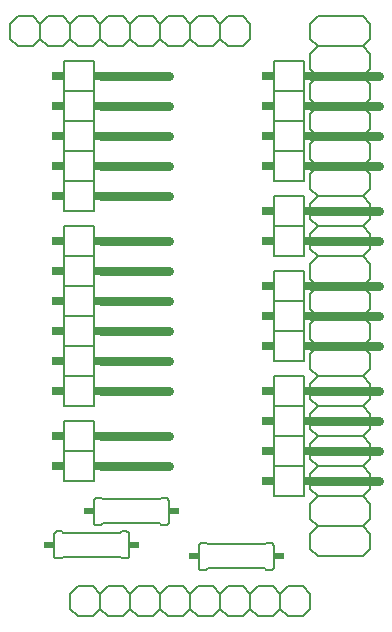
<source format=gto>
G75*
%MOIN*%
%OFA0B0*%
%FSLAX25Y25*%
%IPPOS*%
%LPD*%
%AMOC8*
5,1,8,0,0,1.08239X$1,22.5*
%
%ADD10C,0.00600*%
%ADD11C,0.03000*%
%ADD12R,0.02000X0.03000*%
%ADD13R,0.04000X0.03000*%
%ADD14R,0.03400X0.02400*%
D10*
X0019572Y0026158D02*
X0021072Y0026158D01*
X0021572Y0026658D01*
X0040572Y0026658D01*
X0041072Y0026158D01*
X0042572Y0026158D01*
X0042632Y0026160D01*
X0042693Y0026165D01*
X0042752Y0026174D01*
X0042811Y0026187D01*
X0042870Y0026203D01*
X0042927Y0026223D01*
X0042982Y0026246D01*
X0043037Y0026273D01*
X0043089Y0026302D01*
X0043140Y0026335D01*
X0043189Y0026371D01*
X0043235Y0026409D01*
X0043279Y0026451D01*
X0043321Y0026495D01*
X0043359Y0026541D01*
X0043395Y0026590D01*
X0043428Y0026641D01*
X0043457Y0026693D01*
X0043484Y0026748D01*
X0043507Y0026803D01*
X0043527Y0026860D01*
X0043543Y0026919D01*
X0043556Y0026978D01*
X0043565Y0027037D01*
X0043570Y0027098D01*
X0043572Y0027158D01*
X0043572Y0034158D01*
X0043570Y0034218D01*
X0043565Y0034279D01*
X0043556Y0034338D01*
X0043543Y0034397D01*
X0043527Y0034456D01*
X0043507Y0034513D01*
X0043484Y0034568D01*
X0043457Y0034623D01*
X0043428Y0034675D01*
X0043395Y0034726D01*
X0043359Y0034775D01*
X0043321Y0034821D01*
X0043279Y0034865D01*
X0043235Y0034907D01*
X0043189Y0034945D01*
X0043140Y0034981D01*
X0043089Y0035014D01*
X0043037Y0035043D01*
X0042982Y0035070D01*
X0042927Y0035093D01*
X0042870Y0035113D01*
X0042811Y0035129D01*
X0042752Y0035142D01*
X0042693Y0035151D01*
X0042632Y0035156D01*
X0042572Y0035158D01*
X0041072Y0035158D01*
X0040572Y0034658D01*
X0021572Y0034658D01*
X0021072Y0035158D01*
X0019572Y0035158D01*
X0019512Y0035156D01*
X0019451Y0035151D01*
X0019392Y0035142D01*
X0019333Y0035129D01*
X0019274Y0035113D01*
X0019217Y0035093D01*
X0019162Y0035070D01*
X0019107Y0035043D01*
X0019055Y0035014D01*
X0019004Y0034981D01*
X0018955Y0034945D01*
X0018909Y0034907D01*
X0018865Y0034865D01*
X0018823Y0034821D01*
X0018785Y0034775D01*
X0018749Y0034726D01*
X0018716Y0034675D01*
X0018687Y0034623D01*
X0018660Y0034568D01*
X0018637Y0034513D01*
X0018617Y0034456D01*
X0018601Y0034397D01*
X0018588Y0034338D01*
X0018579Y0034279D01*
X0018574Y0034218D01*
X0018572Y0034158D01*
X0018572Y0027158D01*
X0018574Y0027098D01*
X0018579Y0027037D01*
X0018588Y0026978D01*
X0018601Y0026919D01*
X0018617Y0026860D01*
X0018637Y0026803D01*
X0018660Y0026748D01*
X0018687Y0026693D01*
X0018716Y0026641D01*
X0018749Y0026590D01*
X0018785Y0026541D01*
X0018823Y0026495D01*
X0018865Y0026451D01*
X0018909Y0026409D01*
X0018955Y0026371D01*
X0019004Y0026335D01*
X0019055Y0026302D01*
X0019107Y0026273D01*
X0019162Y0026246D01*
X0019217Y0026223D01*
X0019274Y0026203D01*
X0019333Y0026187D01*
X0019392Y0026174D01*
X0019451Y0026165D01*
X0019512Y0026160D01*
X0019572Y0026158D01*
X0026446Y0016918D02*
X0023946Y0014418D01*
X0023946Y0009418D01*
X0026446Y0006918D01*
X0031446Y0006918D01*
X0033946Y0009418D01*
X0036446Y0006918D01*
X0041446Y0006918D01*
X0043946Y0009418D01*
X0043946Y0014418D01*
X0041446Y0016918D01*
X0036446Y0016918D01*
X0033946Y0014418D01*
X0033946Y0009418D01*
X0033946Y0014418D02*
X0031446Y0016918D01*
X0026446Y0016918D01*
X0032800Y0037300D02*
X0034300Y0037300D01*
X0034800Y0037800D01*
X0053800Y0037800D01*
X0054300Y0037300D01*
X0055800Y0037300D01*
X0055860Y0037302D01*
X0055921Y0037307D01*
X0055980Y0037316D01*
X0056039Y0037329D01*
X0056098Y0037345D01*
X0056155Y0037365D01*
X0056210Y0037388D01*
X0056265Y0037415D01*
X0056317Y0037444D01*
X0056368Y0037477D01*
X0056417Y0037513D01*
X0056463Y0037551D01*
X0056507Y0037593D01*
X0056549Y0037637D01*
X0056587Y0037683D01*
X0056623Y0037732D01*
X0056656Y0037783D01*
X0056685Y0037835D01*
X0056712Y0037890D01*
X0056735Y0037945D01*
X0056755Y0038002D01*
X0056771Y0038061D01*
X0056784Y0038120D01*
X0056793Y0038179D01*
X0056798Y0038240D01*
X0056800Y0038300D01*
X0056800Y0045300D01*
X0056798Y0045360D01*
X0056793Y0045421D01*
X0056784Y0045480D01*
X0056771Y0045539D01*
X0056755Y0045598D01*
X0056735Y0045655D01*
X0056712Y0045710D01*
X0056685Y0045765D01*
X0056656Y0045817D01*
X0056623Y0045868D01*
X0056587Y0045917D01*
X0056549Y0045963D01*
X0056507Y0046007D01*
X0056463Y0046049D01*
X0056417Y0046087D01*
X0056368Y0046123D01*
X0056317Y0046156D01*
X0056265Y0046185D01*
X0056210Y0046212D01*
X0056155Y0046235D01*
X0056098Y0046255D01*
X0056039Y0046271D01*
X0055980Y0046284D01*
X0055921Y0046293D01*
X0055860Y0046298D01*
X0055800Y0046300D01*
X0054300Y0046300D01*
X0053800Y0045800D01*
X0034800Y0045800D01*
X0034300Y0046300D01*
X0032800Y0046300D01*
X0032740Y0046298D01*
X0032679Y0046293D01*
X0032620Y0046284D01*
X0032561Y0046271D01*
X0032502Y0046255D01*
X0032445Y0046235D01*
X0032390Y0046212D01*
X0032335Y0046185D01*
X0032283Y0046156D01*
X0032232Y0046123D01*
X0032183Y0046087D01*
X0032137Y0046049D01*
X0032093Y0046007D01*
X0032051Y0045963D01*
X0032013Y0045917D01*
X0031977Y0045868D01*
X0031944Y0045817D01*
X0031915Y0045765D01*
X0031888Y0045710D01*
X0031865Y0045655D01*
X0031845Y0045598D01*
X0031829Y0045539D01*
X0031816Y0045480D01*
X0031807Y0045421D01*
X0031802Y0045360D01*
X0031800Y0045300D01*
X0031800Y0038300D01*
X0031802Y0038240D01*
X0031807Y0038179D01*
X0031816Y0038120D01*
X0031829Y0038061D01*
X0031845Y0038002D01*
X0031865Y0037945D01*
X0031888Y0037890D01*
X0031915Y0037835D01*
X0031944Y0037783D01*
X0031977Y0037732D01*
X0032013Y0037683D01*
X0032051Y0037637D01*
X0032093Y0037593D01*
X0032137Y0037551D01*
X0032183Y0037513D01*
X0032232Y0037477D01*
X0032283Y0037444D01*
X0032335Y0037415D01*
X0032390Y0037388D01*
X0032445Y0037365D01*
X0032502Y0037345D01*
X0032561Y0037329D01*
X0032620Y0037316D01*
X0032679Y0037307D01*
X0032740Y0037302D01*
X0032800Y0037300D01*
X0031800Y0051800D02*
X0031800Y0061800D01*
X0031800Y0071800D01*
X0021800Y0071800D01*
X0021800Y0061800D01*
X0021800Y0051800D01*
X0031800Y0051800D01*
X0031800Y0061800D02*
X0021800Y0061800D01*
X0021800Y0076800D02*
X0031800Y0076800D01*
X0031800Y0086800D01*
X0031800Y0096800D01*
X0031800Y0106800D01*
X0031800Y0116800D01*
X0031800Y0126800D01*
X0031800Y0136800D01*
X0021800Y0136800D01*
X0021800Y0126800D01*
X0021800Y0116800D01*
X0021800Y0106800D01*
X0021800Y0096800D01*
X0021800Y0086800D01*
X0021800Y0076800D01*
X0021800Y0086800D02*
X0031800Y0086800D01*
X0031800Y0096800D02*
X0021800Y0096800D01*
X0021800Y0106800D02*
X0031800Y0106800D01*
X0031800Y0116800D02*
X0021800Y0116800D01*
X0021800Y0126800D02*
X0031800Y0126800D01*
X0031800Y0141800D02*
X0021800Y0141800D01*
X0021800Y0151800D01*
X0031800Y0151800D01*
X0031800Y0141800D01*
X0031800Y0151800D02*
X0031800Y0161800D01*
X0031800Y0171800D01*
X0031800Y0181800D01*
X0031800Y0191800D01*
X0021800Y0191800D01*
X0021800Y0181800D01*
X0021800Y0171800D01*
X0021800Y0161800D01*
X0021800Y0151800D01*
X0021800Y0161800D02*
X0031800Y0161800D01*
X0031800Y0171800D02*
X0021800Y0171800D01*
X0021800Y0181800D02*
X0031800Y0181800D01*
X0031446Y0196918D02*
X0026446Y0196918D01*
X0023946Y0199418D01*
X0021446Y0196918D01*
X0016446Y0196918D01*
X0013946Y0199418D01*
X0011446Y0196918D01*
X0006446Y0196918D01*
X0003946Y0199418D01*
X0003946Y0204418D01*
X0006446Y0206918D01*
X0011446Y0206918D01*
X0013946Y0204418D01*
X0016446Y0206918D01*
X0021446Y0206918D01*
X0023946Y0204418D01*
X0026446Y0206918D01*
X0031446Y0206918D01*
X0033946Y0204418D01*
X0036446Y0206918D01*
X0041446Y0206918D01*
X0043946Y0204418D01*
X0046446Y0206918D01*
X0051446Y0206918D01*
X0053946Y0204418D01*
X0056446Y0206918D01*
X0061446Y0206918D01*
X0063946Y0204418D01*
X0066446Y0206918D01*
X0071446Y0206918D01*
X0073946Y0204418D01*
X0076446Y0206918D01*
X0081446Y0206918D01*
X0083946Y0204418D01*
X0083946Y0199418D01*
X0081446Y0196918D01*
X0076446Y0196918D01*
X0073946Y0199418D01*
X0071446Y0196918D01*
X0066446Y0196918D01*
X0063946Y0199418D01*
X0063946Y0204418D01*
X0063946Y0199418D02*
X0061446Y0196918D01*
X0056446Y0196918D01*
X0053946Y0199418D01*
X0051446Y0196918D01*
X0046446Y0196918D01*
X0043946Y0199418D01*
X0041446Y0196918D01*
X0036446Y0196918D01*
X0033946Y0199418D01*
X0033946Y0204418D01*
X0033946Y0199418D02*
X0031446Y0196918D01*
X0023946Y0199418D02*
X0023946Y0204418D01*
X0013946Y0204418D02*
X0013946Y0199418D01*
X0043946Y0199418D02*
X0043946Y0204418D01*
X0053946Y0204418D02*
X0053946Y0199418D01*
X0073946Y0199418D02*
X0073946Y0204418D01*
X0091800Y0191800D02*
X0091800Y0181800D01*
X0091800Y0171800D01*
X0091800Y0161800D01*
X0091800Y0151800D01*
X0101800Y0151800D01*
X0101800Y0161800D01*
X0101800Y0171800D01*
X0101800Y0181800D01*
X0101800Y0191800D01*
X0091800Y0191800D01*
X0091800Y0181800D02*
X0101800Y0181800D01*
X0103946Y0179418D02*
X0103946Y0184418D01*
X0106446Y0186918D01*
X0121446Y0186918D01*
X0123946Y0184418D01*
X0123946Y0179418D01*
X0121446Y0176918D01*
X0106446Y0176918D01*
X0103946Y0174418D01*
X0103946Y0169418D01*
X0106446Y0166918D01*
X0121446Y0166918D01*
X0123946Y0164418D01*
X0123946Y0159418D01*
X0121446Y0156918D01*
X0106446Y0156918D01*
X0103946Y0154418D01*
X0103946Y0149418D01*
X0106446Y0146918D01*
X0121446Y0146918D01*
X0123946Y0144418D01*
X0123946Y0139418D01*
X0121446Y0136918D01*
X0106446Y0136918D01*
X0103946Y0139418D01*
X0103946Y0144418D01*
X0106446Y0146918D01*
X0101800Y0146800D02*
X0091800Y0146800D01*
X0091800Y0136800D01*
X0091800Y0126800D01*
X0101800Y0126800D01*
X0101800Y0136800D01*
X0101800Y0146800D01*
X0101800Y0136800D02*
X0091800Y0136800D01*
X0091800Y0121800D02*
X0101800Y0121800D01*
X0101800Y0111800D01*
X0101800Y0101800D01*
X0101800Y0091800D01*
X0091800Y0091800D01*
X0091800Y0101800D01*
X0101800Y0101800D01*
X0103946Y0099418D02*
X0103946Y0104418D01*
X0106446Y0106918D01*
X0121446Y0106918D01*
X0123946Y0104418D01*
X0123946Y0099418D01*
X0121446Y0096918D01*
X0106446Y0096918D01*
X0103946Y0099418D01*
X0106446Y0096918D02*
X0103946Y0094418D01*
X0103946Y0089418D01*
X0106446Y0086918D01*
X0121446Y0086918D01*
X0123946Y0084418D01*
X0123946Y0079418D01*
X0121446Y0076918D01*
X0106446Y0076918D01*
X0103946Y0079418D01*
X0103946Y0084418D01*
X0106446Y0086918D01*
X0101800Y0086800D02*
X0091800Y0086800D01*
X0091800Y0076800D01*
X0091800Y0066800D01*
X0091800Y0056800D01*
X0091800Y0046800D01*
X0101800Y0046800D01*
X0101800Y0056800D01*
X0101800Y0066800D01*
X0101800Y0076800D01*
X0101800Y0086800D01*
X0106446Y0076918D02*
X0103946Y0074418D01*
X0103946Y0069418D01*
X0106446Y0066918D01*
X0121446Y0066918D01*
X0123946Y0064418D01*
X0123946Y0059418D01*
X0121446Y0056918D01*
X0106446Y0056918D01*
X0103946Y0059418D01*
X0103946Y0064418D01*
X0106446Y0066918D01*
X0101800Y0066800D02*
X0091800Y0066800D01*
X0091800Y0076800D02*
X0101800Y0076800D01*
X0101800Y0056800D02*
X0091800Y0056800D01*
X0103946Y0054418D02*
X0103946Y0049418D01*
X0106446Y0046918D01*
X0121446Y0046918D01*
X0123946Y0044418D01*
X0123946Y0039418D01*
X0121446Y0036918D01*
X0106446Y0036918D01*
X0103946Y0039418D01*
X0103946Y0044418D01*
X0106446Y0046918D01*
X0103946Y0054418D02*
X0106446Y0056918D01*
X0106446Y0036918D02*
X0103946Y0034418D01*
X0103946Y0029418D01*
X0106446Y0026918D01*
X0121446Y0026918D01*
X0123946Y0029418D01*
X0123946Y0034418D01*
X0121446Y0036918D01*
X0121446Y0046918D02*
X0123946Y0049418D01*
X0123946Y0054418D01*
X0121446Y0056918D01*
X0121446Y0066918D02*
X0123946Y0069418D01*
X0123946Y0074418D01*
X0121446Y0076918D01*
X0121446Y0086918D02*
X0123946Y0089418D01*
X0123946Y0094418D01*
X0121446Y0096918D01*
X0121446Y0106918D02*
X0123946Y0109418D01*
X0123946Y0114418D01*
X0121446Y0116918D01*
X0106446Y0116918D01*
X0103946Y0119418D01*
X0103946Y0124418D01*
X0106446Y0126918D01*
X0121446Y0126918D01*
X0123946Y0124418D01*
X0123946Y0119418D01*
X0121446Y0116918D01*
X0121446Y0126918D02*
X0123946Y0129418D01*
X0123946Y0134418D01*
X0121446Y0136918D01*
X0121446Y0146918D02*
X0123946Y0149418D01*
X0123946Y0154418D01*
X0121446Y0156918D01*
X0121446Y0166918D02*
X0123946Y0169418D01*
X0123946Y0174418D01*
X0121446Y0176918D01*
X0121446Y0186918D02*
X0123946Y0189418D01*
X0123946Y0194418D01*
X0121446Y0196918D01*
X0106446Y0196918D01*
X0103946Y0194418D01*
X0103946Y0189418D01*
X0106446Y0186918D01*
X0103946Y0179418D02*
X0106446Y0176918D01*
X0101800Y0171800D02*
X0091800Y0171800D01*
X0091800Y0161800D02*
X0101800Y0161800D01*
X0103946Y0159418D02*
X0106446Y0156918D01*
X0103946Y0159418D02*
X0103946Y0164418D01*
X0106446Y0166918D01*
X0106446Y0136918D02*
X0103946Y0134418D01*
X0103946Y0129418D01*
X0106446Y0126918D01*
X0106446Y0116918D02*
X0103946Y0114418D01*
X0103946Y0109418D01*
X0106446Y0106918D01*
X0101800Y0111800D02*
X0091800Y0111800D01*
X0091800Y0101800D01*
X0091800Y0111800D02*
X0091800Y0121800D01*
X0106446Y0196918D02*
X0103946Y0199418D01*
X0103946Y0204418D01*
X0106446Y0206918D01*
X0121446Y0206918D01*
X0123946Y0204418D01*
X0123946Y0199418D01*
X0121446Y0196918D01*
X0090800Y0031300D02*
X0089300Y0031300D01*
X0088800Y0030800D01*
X0069800Y0030800D01*
X0069300Y0031300D01*
X0067800Y0031300D01*
X0067740Y0031298D01*
X0067679Y0031293D01*
X0067620Y0031284D01*
X0067561Y0031271D01*
X0067502Y0031255D01*
X0067445Y0031235D01*
X0067390Y0031212D01*
X0067335Y0031185D01*
X0067283Y0031156D01*
X0067232Y0031123D01*
X0067183Y0031087D01*
X0067137Y0031049D01*
X0067093Y0031007D01*
X0067051Y0030963D01*
X0067013Y0030917D01*
X0066977Y0030868D01*
X0066944Y0030817D01*
X0066915Y0030765D01*
X0066888Y0030710D01*
X0066865Y0030655D01*
X0066845Y0030598D01*
X0066829Y0030539D01*
X0066816Y0030480D01*
X0066807Y0030421D01*
X0066802Y0030360D01*
X0066800Y0030300D01*
X0066800Y0023300D01*
X0066802Y0023240D01*
X0066807Y0023179D01*
X0066816Y0023120D01*
X0066829Y0023061D01*
X0066845Y0023002D01*
X0066865Y0022945D01*
X0066888Y0022890D01*
X0066915Y0022835D01*
X0066944Y0022783D01*
X0066977Y0022732D01*
X0067013Y0022683D01*
X0067051Y0022637D01*
X0067093Y0022593D01*
X0067137Y0022551D01*
X0067183Y0022513D01*
X0067232Y0022477D01*
X0067283Y0022444D01*
X0067335Y0022415D01*
X0067390Y0022388D01*
X0067445Y0022365D01*
X0067502Y0022345D01*
X0067561Y0022329D01*
X0067620Y0022316D01*
X0067679Y0022307D01*
X0067740Y0022302D01*
X0067800Y0022300D01*
X0069300Y0022300D01*
X0069800Y0022800D01*
X0088800Y0022800D01*
X0089300Y0022300D01*
X0090800Y0022300D01*
X0090860Y0022302D01*
X0090921Y0022307D01*
X0090980Y0022316D01*
X0091039Y0022329D01*
X0091098Y0022345D01*
X0091155Y0022365D01*
X0091210Y0022388D01*
X0091265Y0022415D01*
X0091317Y0022444D01*
X0091368Y0022477D01*
X0091417Y0022513D01*
X0091463Y0022551D01*
X0091507Y0022593D01*
X0091549Y0022637D01*
X0091587Y0022683D01*
X0091623Y0022732D01*
X0091656Y0022783D01*
X0091685Y0022835D01*
X0091712Y0022890D01*
X0091735Y0022945D01*
X0091755Y0023002D01*
X0091771Y0023061D01*
X0091784Y0023120D01*
X0091793Y0023179D01*
X0091798Y0023240D01*
X0091800Y0023300D01*
X0091800Y0030300D01*
X0091798Y0030360D01*
X0091793Y0030421D01*
X0091784Y0030480D01*
X0091771Y0030539D01*
X0091755Y0030598D01*
X0091735Y0030655D01*
X0091712Y0030710D01*
X0091685Y0030765D01*
X0091656Y0030817D01*
X0091623Y0030868D01*
X0091587Y0030917D01*
X0091549Y0030963D01*
X0091507Y0031007D01*
X0091463Y0031049D01*
X0091417Y0031087D01*
X0091368Y0031123D01*
X0091317Y0031156D01*
X0091265Y0031185D01*
X0091210Y0031212D01*
X0091155Y0031235D01*
X0091098Y0031255D01*
X0091039Y0031271D01*
X0090980Y0031284D01*
X0090921Y0031293D01*
X0090860Y0031298D01*
X0090800Y0031300D01*
X0091446Y0016918D02*
X0086446Y0016918D01*
X0083946Y0014418D01*
X0083946Y0009418D01*
X0086446Y0006918D01*
X0091446Y0006918D01*
X0093946Y0009418D01*
X0096446Y0006918D01*
X0101446Y0006918D01*
X0103946Y0009418D01*
X0103946Y0014418D01*
X0101446Y0016918D01*
X0096446Y0016918D01*
X0093946Y0014418D01*
X0093946Y0009418D01*
X0093946Y0014418D02*
X0091446Y0016918D01*
X0083946Y0014418D02*
X0081446Y0016918D01*
X0076446Y0016918D01*
X0073946Y0014418D01*
X0073946Y0009418D01*
X0071446Y0006918D01*
X0066446Y0006918D01*
X0063946Y0009418D01*
X0061446Y0006918D01*
X0056446Y0006918D01*
X0053946Y0009418D01*
X0051446Y0006918D01*
X0046446Y0006918D01*
X0043946Y0009418D01*
X0043946Y0014418D02*
X0046446Y0016918D01*
X0051446Y0016918D01*
X0053946Y0014418D01*
X0056446Y0016918D01*
X0061446Y0016918D01*
X0063946Y0014418D01*
X0066446Y0016918D01*
X0071446Y0016918D01*
X0073946Y0014418D01*
X0073946Y0009418D02*
X0076446Y0006918D01*
X0081446Y0006918D01*
X0083946Y0009418D01*
X0063946Y0009418D02*
X0063946Y0014418D01*
X0053946Y0014418D02*
X0053946Y0009418D01*
D11*
X0056800Y0056800D02*
X0034300Y0056800D01*
X0034300Y0066800D02*
X0056800Y0066800D01*
X0056800Y0081800D02*
X0034300Y0081800D01*
X0034300Y0091800D02*
X0056800Y0091800D01*
X0056800Y0101800D02*
X0034300Y0101800D01*
X0034300Y0111800D02*
X0056800Y0111800D01*
X0056800Y0121800D02*
X0034300Y0121800D01*
X0034300Y0131800D02*
X0056800Y0131800D01*
X0056800Y0146800D02*
X0034300Y0146800D01*
X0034300Y0156800D02*
X0056800Y0156800D01*
X0056800Y0166800D02*
X0034300Y0166800D01*
X0034300Y0176800D02*
X0056800Y0176800D01*
X0056800Y0186800D02*
X0034300Y0186800D01*
X0104300Y0186800D02*
X0126800Y0186800D01*
X0126800Y0176800D02*
X0104300Y0176800D01*
X0104300Y0166800D02*
X0126800Y0166800D01*
X0126800Y0156800D02*
X0104300Y0156800D01*
X0104300Y0141800D02*
X0126800Y0141800D01*
X0126800Y0131800D02*
X0104300Y0131800D01*
X0104300Y0116800D02*
X0126800Y0116800D01*
X0126800Y0106800D02*
X0104300Y0106800D01*
X0104300Y0096800D02*
X0126800Y0096800D01*
X0126800Y0081800D02*
X0104300Y0081800D01*
X0104300Y0071800D02*
X0126800Y0071800D01*
X0126800Y0061800D02*
X0104300Y0061800D01*
X0104300Y0051800D02*
X0126800Y0051800D01*
D12*
X0102800Y0051800D03*
X0102800Y0061800D03*
X0102800Y0071800D03*
X0102800Y0081800D03*
X0102800Y0096800D03*
X0102800Y0106800D03*
X0102800Y0116800D03*
X0102800Y0131800D03*
X0102800Y0141800D03*
X0102800Y0156800D03*
X0102800Y0166800D03*
X0102800Y0176800D03*
X0102800Y0186800D03*
X0032800Y0186800D03*
X0032800Y0176800D03*
X0032800Y0166800D03*
X0032800Y0156800D03*
X0032800Y0146800D03*
X0032800Y0131800D03*
X0032800Y0121800D03*
X0032800Y0111800D03*
X0032800Y0101800D03*
X0032800Y0091800D03*
X0032800Y0081800D03*
X0032800Y0066800D03*
X0032800Y0056800D03*
D13*
X0019800Y0056800D03*
X0019800Y0066800D03*
X0019800Y0081800D03*
X0019800Y0091800D03*
X0019800Y0101800D03*
X0019800Y0111800D03*
X0019800Y0121800D03*
X0019800Y0131800D03*
X0019800Y0146800D03*
X0019800Y0156800D03*
X0019800Y0166800D03*
X0019800Y0176800D03*
X0019800Y0186800D03*
X0089800Y0186800D03*
X0089800Y0176800D03*
X0089800Y0166800D03*
X0089800Y0156800D03*
X0089800Y0141800D03*
X0089800Y0131800D03*
X0089800Y0116800D03*
X0089800Y0106800D03*
X0089800Y0096800D03*
X0089800Y0081800D03*
X0089800Y0071800D03*
X0089800Y0061800D03*
X0089800Y0051800D03*
D14*
X0093500Y0026800D03*
X0065100Y0026800D03*
X0058500Y0041800D03*
X0045272Y0030658D03*
X0030100Y0041800D03*
X0016872Y0030658D03*
M02*

</source>
